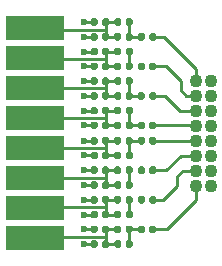
<source format=gbr>
%TF.GenerationSoftware,KiCad,Pcbnew,5.1.6-c6e7f7d~87~ubuntu18.04.1*%
%TF.CreationDate,2020-10-17T23:49:05-07:00*%
%TF.ProjectId,LA_Adapter,4c415f41-6461-4707-9465-722e6b696361,rev?*%
%TF.SameCoordinates,Original*%
%TF.FileFunction,Copper,L2,Bot*%
%TF.FilePolarity,Positive*%
%FSLAX46Y46*%
G04 Gerber Fmt 4.6, Leading zero omitted, Abs format (unit mm)*
G04 Created by KiCad (PCBNEW 5.1.6-c6e7f7d~87~ubuntu18.04.1) date 2020-10-17 23:49:05*
%MOMM*%
%LPD*%
G01*
G04 APERTURE LIST*
%TA.AperFunction,ComponentPad*%
%ADD10C,1.100000*%
%TD*%
%TA.AperFunction,SMDPad,CuDef*%
%ADD11R,5.000000X2.000000*%
%TD*%
%TA.AperFunction,ViaPad*%
%ADD12C,0.600000*%
%TD*%
%TA.AperFunction,Conductor*%
%ADD13C,0.240000*%
%TD*%
G04 APERTURE END LIST*
%TO.P,R24,2*%
%TO.N,/IN7*%
%TA.AperFunction,SMDPad,CuDef*%
G36*
G01*
X26940000Y-112572500D02*
X26940000Y-112227500D01*
G75*
G02*
X27087500Y-112080000I147500J0D01*
G01*
X27382500Y-112080000D01*
G75*
G02*
X27530000Y-112227500I0J-147500D01*
G01*
X27530000Y-112572500D01*
G75*
G02*
X27382500Y-112720000I-147500J0D01*
G01*
X27087500Y-112720000D01*
G75*
G02*
X26940000Y-112572500I0J147500D01*
G01*
G37*
%TD.AperFunction*%
%TO.P,R24,1*%
%TO.N,Net-(C15-Pad1)*%
%TA.AperFunction,SMDPad,CuDef*%
G36*
G01*
X25970000Y-112572500D02*
X25970000Y-112227500D01*
G75*
G02*
X26117500Y-112080000I147500J0D01*
G01*
X26412500Y-112080000D01*
G75*
G02*
X26560000Y-112227500I0J-147500D01*
G01*
X26560000Y-112572500D01*
G75*
G02*
X26412500Y-112720000I-147500J0D01*
G01*
X26117500Y-112720000D01*
G75*
G02*
X25970000Y-112572500I0J147500D01*
G01*
G37*
%TD.AperFunction*%
%TD*%
%TO.P,R23,2*%
%TO.N,/IN3*%
%TA.AperFunction,SMDPad,CuDef*%
G36*
G01*
X26940000Y-103772500D02*
X26940000Y-103427500D01*
G75*
G02*
X27087500Y-103280000I147500J0D01*
G01*
X27382500Y-103280000D01*
G75*
G02*
X27530000Y-103427500I0J-147500D01*
G01*
X27530000Y-103772500D01*
G75*
G02*
X27382500Y-103920000I-147500J0D01*
G01*
X27087500Y-103920000D01*
G75*
G02*
X26940000Y-103772500I0J147500D01*
G01*
G37*
%TD.AperFunction*%
%TO.P,R23,1*%
%TO.N,Net-(C13-Pad1)*%
%TA.AperFunction,SMDPad,CuDef*%
G36*
G01*
X25970000Y-103772500D02*
X25970000Y-103427500D01*
G75*
G02*
X26117500Y-103280000I147500J0D01*
G01*
X26412500Y-103280000D01*
G75*
G02*
X26560000Y-103427500I0J-147500D01*
G01*
X26560000Y-103772500D01*
G75*
G02*
X26412500Y-103920000I-147500J0D01*
G01*
X26117500Y-103920000D01*
G75*
G02*
X25970000Y-103772500I0J147500D01*
G01*
G37*
%TD.AperFunction*%
%TD*%
%TO.P,R22,2*%
%TO.N,/IN6*%
%TA.AperFunction,SMDPad,CuDef*%
G36*
G01*
X26940000Y-110072500D02*
X26940000Y-109727500D01*
G75*
G02*
X27087500Y-109580000I147500J0D01*
G01*
X27382500Y-109580000D01*
G75*
G02*
X27530000Y-109727500I0J-147500D01*
G01*
X27530000Y-110072500D01*
G75*
G02*
X27382500Y-110220000I-147500J0D01*
G01*
X27087500Y-110220000D01*
G75*
G02*
X26940000Y-110072500I0J147500D01*
G01*
G37*
%TD.AperFunction*%
%TO.P,R22,1*%
%TO.N,Net-(C11-Pad1)*%
%TA.AperFunction,SMDPad,CuDef*%
G36*
G01*
X25970000Y-110072500D02*
X25970000Y-109727500D01*
G75*
G02*
X26117500Y-109580000I147500J0D01*
G01*
X26412500Y-109580000D01*
G75*
G02*
X26560000Y-109727500I0J-147500D01*
G01*
X26560000Y-110072500D01*
G75*
G02*
X26412500Y-110220000I-147500J0D01*
G01*
X26117500Y-110220000D01*
G75*
G02*
X25970000Y-110072500I0J147500D01*
G01*
G37*
%TD.AperFunction*%
%TD*%
%TO.P,R21,2*%
%TO.N,/IN2*%
%TA.AperFunction,SMDPad,CuDef*%
G36*
G01*
X26940000Y-101272500D02*
X26940000Y-100927500D01*
G75*
G02*
X27087500Y-100780000I147500J0D01*
G01*
X27382500Y-100780000D01*
G75*
G02*
X27530000Y-100927500I0J-147500D01*
G01*
X27530000Y-101272500D01*
G75*
G02*
X27382500Y-101420000I-147500J0D01*
G01*
X27087500Y-101420000D01*
G75*
G02*
X26940000Y-101272500I0J147500D01*
G01*
G37*
%TD.AperFunction*%
%TO.P,R21,1*%
%TO.N,Net-(C9-Pad1)*%
%TA.AperFunction,SMDPad,CuDef*%
G36*
G01*
X25970000Y-101272500D02*
X25970000Y-100927500D01*
G75*
G02*
X26117500Y-100780000I147500J0D01*
G01*
X26412500Y-100780000D01*
G75*
G02*
X26560000Y-100927500I0J-147500D01*
G01*
X26560000Y-101272500D01*
G75*
G02*
X26412500Y-101420000I-147500J0D01*
G01*
X26117500Y-101420000D01*
G75*
G02*
X25970000Y-101272500I0J147500D01*
G01*
G37*
%TD.AperFunction*%
%TD*%
%TO.P,R20,2*%
%TO.N,/IN5*%
%TA.AperFunction,SMDPad,CuDef*%
G36*
G01*
X26940000Y-107572500D02*
X26940000Y-107227500D01*
G75*
G02*
X27087500Y-107080000I147500J0D01*
G01*
X27382500Y-107080000D01*
G75*
G02*
X27530000Y-107227500I0J-147500D01*
G01*
X27530000Y-107572500D01*
G75*
G02*
X27382500Y-107720000I-147500J0D01*
G01*
X27087500Y-107720000D01*
G75*
G02*
X26940000Y-107572500I0J147500D01*
G01*
G37*
%TD.AperFunction*%
%TO.P,R20,1*%
%TO.N,Net-(C7-Pad1)*%
%TA.AperFunction,SMDPad,CuDef*%
G36*
G01*
X25970000Y-107572500D02*
X25970000Y-107227500D01*
G75*
G02*
X26117500Y-107080000I147500J0D01*
G01*
X26412500Y-107080000D01*
G75*
G02*
X26560000Y-107227500I0J-147500D01*
G01*
X26560000Y-107572500D01*
G75*
G02*
X26412500Y-107720000I-147500J0D01*
G01*
X26117500Y-107720000D01*
G75*
G02*
X25970000Y-107572500I0J147500D01*
G01*
G37*
%TD.AperFunction*%
%TD*%
%TO.P,R19,2*%
%TO.N,/IN1*%
%TA.AperFunction,SMDPad,CuDef*%
G36*
G01*
X26940000Y-98772500D02*
X26940000Y-98427500D01*
G75*
G02*
X27087500Y-98280000I147500J0D01*
G01*
X27382500Y-98280000D01*
G75*
G02*
X27530000Y-98427500I0J-147500D01*
G01*
X27530000Y-98772500D01*
G75*
G02*
X27382500Y-98920000I-147500J0D01*
G01*
X27087500Y-98920000D01*
G75*
G02*
X26940000Y-98772500I0J147500D01*
G01*
G37*
%TD.AperFunction*%
%TO.P,R19,1*%
%TO.N,Net-(C5-Pad1)*%
%TA.AperFunction,SMDPad,CuDef*%
G36*
G01*
X25970000Y-98772500D02*
X25970000Y-98427500D01*
G75*
G02*
X26117500Y-98280000I147500J0D01*
G01*
X26412500Y-98280000D01*
G75*
G02*
X26560000Y-98427500I0J-147500D01*
G01*
X26560000Y-98772500D01*
G75*
G02*
X26412500Y-98920000I-147500J0D01*
G01*
X26117500Y-98920000D01*
G75*
G02*
X25970000Y-98772500I0J147500D01*
G01*
G37*
%TD.AperFunction*%
%TD*%
%TO.P,R18,2*%
%TO.N,/IN4*%
%TA.AperFunction,SMDPad,CuDef*%
G36*
G01*
X26940000Y-105072500D02*
X26940000Y-104727500D01*
G75*
G02*
X27087500Y-104580000I147500J0D01*
G01*
X27382500Y-104580000D01*
G75*
G02*
X27530000Y-104727500I0J-147500D01*
G01*
X27530000Y-105072500D01*
G75*
G02*
X27382500Y-105220000I-147500J0D01*
G01*
X27087500Y-105220000D01*
G75*
G02*
X26940000Y-105072500I0J147500D01*
G01*
G37*
%TD.AperFunction*%
%TO.P,R18,1*%
%TO.N,Net-(C3-Pad1)*%
%TA.AperFunction,SMDPad,CuDef*%
G36*
G01*
X25970000Y-105072500D02*
X25970000Y-104727500D01*
G75*
G02*
X26117500Y-104580000I147500J0D01*
G01*
X26412500Y-104580000D01*
G75*
G02*
X26560000Y-104727500I0J-147500D01*
G01*
X26560000Y-105072500D01*
G75*
G02*
X26412500Y-105220000I-147500J0D01*
G01*
X26117500Y-105220000D01*
G75*
G02*
X25970000Y-105072500I0J147500D01*
G01*
G37*
%TD.AperFunction*%
%TD*%
%TO.P,R17,2*%
%TO.N,/IN0*%
%TA.AperFunction,SMDPad,CuDef*%
G36*
G01*
X26940000Y-96272500D02*
X26940000Y-95927500D01*
G75*
G02*
X27087500Y-95780000I147500J0D01*
G01*
X27382500Y-95780000D01*
G75*
G02*
X27530000Y-95927500I0J-147500D01*
G01*
X27530000Y-96272500D01*
G75*
G02*
X27382500Y-96420000I-147500J0D01*
G01*
X27087500Y-96420000D01*
G75*
G02*
X26940000Y-96272500I0J147500D01*
G01*
G37*
%TD.AperFunction*%
%TO.P,R17,1*%
%TO.N,Net-(C1-Pad1)*%
%TA.AperFunction,SMDPad,CuDef*%
G36*
G01*
X25970000Y-96272500D02*
X25970000Y-95927500D01*
G75*
G02*
X26117500Y-95780000I147500J0D01*
G01*
X26412500Y-95780000D01*
G75*
G02*
X26560000Y-95927500I0J-147500D01*
G01*
X26560000Y-96272500D01*
G75*
G02*
X26412500Y-96420000I-147500J0D01*
G01*
X26117500Y-96420000D01*
G75*
G02*
X25970000Y-96272500I0J147500D01*
G01*
G37*
%TD.AperFunction*%
%TD*%
D10*
%TO.P,J2,16*%
%TO.N,/IN0*%
X30865000Y-99805000D03*
%TO.P,J2,15*%
%TO.N,GND*%
X32135000Y-99805000D03*
%TO.P,J2,14*%
%TO.N,/IN1*%
X30865000Y-101075000D03*
%TO.P,J2,13*%
%TO.N,GND*%
X32135000Y-101075000D03*
%TO.P,J2,12*%
%TO.N,/IN2*%
X30865000Y-102345000D03*
%TO.P,J2,11*%
%TO.N,GND*%
X32135000Y-102345000D03*
%TO.P,J2,10*%
%TO.N,/IN3*%
X30865000Y-103615000D03*
%TO.P,J2,9*%
%TO.N,GND*%
X32135000Y-103615000D03*
%TO.P,J2,8*%
%TO.N,/IN4*%
X30865000Y-104885000D03*
%TO.P,J2,7*%
%TO.N,GND*%
X32135000Y-104885000D03*
%TO.P,J2,6*%
%TO.N,/IN5*%
X30865000Y-106155000D03*
%TO.P,J2,5*%
%TO.N,GND*%
X32135000Y-106155000D03*
%TO.P,J2,4*%
%TO.N,/IN6*%
X30865000Y-107425000D03*
%TO.P,J2,3*%
%TO.N,GND*%
X32135000Y-107425000D03*
%TO.P,J2,2*%
%TO.N,/IN7*%
X30865000Y-108695000D03*
%TO.P,J2,1*%
%TO.N,GND*%
X32135000Y-108695000D03*
%TD*%
D11*
%TO.P,J1,16*%
%TO.N,/LA7*%
X17250000Y-113140000D03*
%TO.P,J1,14*%
%TO.N,/LA6*%
X17250000Y-110600000D03*
%TO.P,J1,12*%
%TO.N,/LA5*%
X17250000Y-108060000D03*
%TO.P,J1,10*%
%TO.N,/LA4*%
X17250000Y-105520000D03*
%TO.P,J1,8*%
%TO.N,/LA3*%
X17250000Y-102980000D03*
%TO.P,J1,6*%
%TO.N,/LA2*%
X17250000Y-100440000D03*
%TO.P,J1,4*%
%TO.N,/LA1*%
X17250000Y-97900000D03*
%TO.P,J1,2*%
%TO.N,/LA0*%
X17250000Y-95360000D03*
%TD*%
%TO.P,R16,2*%
%TO.N,GND*%
%TA.AperFunction,SMDPad,CuDef*%
G36*
G01*
X22560000Y-113477500D02*
X22560000Y-113822500D01*
G75*
G02*
X22412500Y-113970000I-147500J0D01*
G01*
X22117500Y-113970000D01*
G75*
G02*
X21970000Y-113822500I0J147500D01*
G01*
X21970000Y-113477500D01*
G75*
G02*
X22117500Y-113330000I147500J0D01*
G01*
X22412500Y-113330000D01*
G75*
G02*
X22560000Y-113477500I0J-147500D01*
G01*
G37*
%TD.AperFunction*%
%TO.P,R16,1*%
%TO.N,/LA7*%
%TA.AperFunction,SMDPad,CuDef*%
G36*
G01*
X23530000Y-113477500D02*
X23530000Y-113822500D01*
G75*
G02*
X23382500Y-113970000I-147500J0D01*
G01*
X23087500Y-113970000D01*
G75*
G02*
X22940000Y-113822500I0J147500D01*
G01*
X22940000Y-113477500D01*
G75*
G02*
X23087500Y-113330000I147500J0D01*
G01*
X23382500Y-113330000D01*
G75*
G02*
X23530000Y-113477500I0J-147500D01*
G01*
G37*
%TD.AperFunction*%
%TD*%
%TO.P,R15,2*%
%TO.N,/LA7*%
%TA.AperFunction,SMDPad,CuDef*%
G36*
G01*
X24560000Y-113477500D02*
X24560000Y-113822500D01*
G75*
G02*
X24412500Y-113970000I-147500J0D01*
G01*
X24117500Y-113970000D01*
G75*
G02*
X23970000Y-113822500I0J147500D01*
G01*
X23970000Y-113477500D01*
G75*
G02*
X24117500Y-113330000I147500J0D01*
G01*
X24412500Y-113330000D01*
G75*
G02*
X24560000Y-113477500I0J-147500D01*
G01*
G37*
%TD.AperFunction*%
%TO.P,R15,1*%
%TO.N,Net-(C15-Pad1)*%
%TA.AperFunction,SMDPad,CuDef*%
G36*
G01*
X25530000Y-113477500D02*
X25530000Y-113822500D01*
G75*
G02*
X25382500Y-113970000I-147500J0D01*
G01*
X25087500Y-113970000D01*
G75*
G02*
X24940000Y-113822500I0J147500D01*
G01*
X24940000Y-113477500D01*
G75*
G02*
X25087500Y-113330000I147500J0D01*
G01*
X25382500Y-113330000D01*
G75*
G02*
X25530000Y-113477500I0J-147500D01*
G01*
G37*
%TD.AperFunction*%
%TD*%
%TO.P,R14,2*%
%TO.N,GND*%
%TA.AperFunction,SMDPad,CuDef*%
G36*
G01*
X22560000Y-103427500D02*
X22560000Y-103772500D01*
G75*
G02*
X22412500Y-103920000I-147500J0D01*
G01*
X22117500Y-103920000D01*
G75*
G02*
X21970000Y-103772500I0J147500D01*
G01*
X21970000Y-103427500D01*
G75*
G02*
X22117500Y-103280000I147500J0D01*
G01*
X22412500Y-103280000D01*
G75*
G02*
X22560000Y-103427500I0J-147500D01*
G01*
G37*
%TD.AperFunction*%
%TO.P,R14,1*%
%TO.N,/LA3*%
%TA.AperFunction,SMDPad,CuDef*%
G36*
G01*
X23530000Y-103427500D02*
X23530000Y-103772500D01*
G75*
G02*
X23382500Y-103920000I-147500J0D01*
G01*
X23087500Y-103920000D01*
G75*
G02*
X22940000Y-103772500I0J147500D01*
G01*
X22940000Y-103427500D01*
G75*
G02*
X23087500Y-103280000I147500J0D01*
G01*
X23382500Y-103280000D01*
G75*
G02*
X23530000Y-103427500I0J-147500D01*
G01*
G37*
%TD.AperFunction*%
%TD*%
%TO.P,R13,2*%
%TO.N,/LA3*%
%TA.AperFunction,SMDPad,CuDef*%
G36*
G01*
X24560000Y-103427500D02*
X24560000Y-103772500D01*
G75*
G02*
X24412500Y-103920000I-147500J0D01*
G01*
X24117500Y-103920000D01*
G75*
G02*
X23970000Y-103772500I0J147500D01*
G01*
X23970000Y-103427500D01*
G75*
G02*
X24117500Y-103280000I147500J0D01*
G01*
X24412500Y-103280000D01*
G75*
G02*
X24560000Y-103427500I0J-147500D01*
G01*
G37*
%TD.AperFunction*%
%TO.P,R13,1*%
%TO.N,Net-(C13-Pad1)*%
%TA.AperFunction,SMDPad,CuDef*%
G36*
G01*
X25530000Y-103427500D02*
X25530000Y-103772500D01*
G75*
G02*
X25382500Y-103920000I-147500J0D01*
G01*
X25087500Y-103920000D01*
G75*
G02*
X24940000Y-103772500I0J147500D01*
G01*
X24940000Y-103427500D01*
G75*
G02*
X25087500Y-103280000I147500J0D01*
G01*
X25382500Y-103280000D01*
G75*
G02*
X25530000Y-103427500I0J-147500D01*
G01*
G37*
%TD.AperFunction*%
%TD*%
%TO.P,R12,2*%
%TO.N,GND*%
%TA.AperFunction,SMDPad,CuDef*%
G36*
G01*
X22560000Y-110977500D02*
X22560000Y-111322500D01*
G75*
G02*
X22412500Y-111470000I-147500J0D01*
G01*
X22117500Y-111470000D01*
G75*
G02*
X21970000Y-111322500I0J147500D01*
G01*
X21970000Y-110977500D01*
G75*
G02*
X22117500Y-110830000I147500J0D01*
G01*
X22412500Y-110830000D01*
G75*
G02*
X22560000Y-110977500I0J-147500D01*
G01*
G37*
%TD.AperFunction*%
%TO.P,R12,1*%
%TO.N,/LA6*%
%TA.AperFunction,SMDPad,CuDef*%
G36*
G01*
X23530000Y-110977500D02*
X23530000Y-111322500D01*
G75*
G02*
X23382500Y-111470000I-147500J0D01*
G01*
X23087500Y-111470000D01*
G75*
G02*
X22940000Y-111322500I0J147500D01*
G01*
X22940000Y-110977500D01*
G75*
G02*
X23087500Y-110830000I147500J0D01*
G01*
X23382500Y-110830000D01*
G75*
G02*
X23530000Y-110977500I0J-147500D01*
G01*
G37*
%TD.AperFunction*%
%TD*%
%TO.P,R11,2*%
%TO.N,/LA6*%
%TA.AperFunction,SMDPad,CuDef*%
G36*
G01*
X24560000Y-110977500D02*
X24560000Y-111322500D01*
G75*
G02*
X24412500Y-111470000I-147500J0D01*
G01*
X24117500Y-111470000D01*
G75*
G02*
X23970000Y-111322500I0J147500D01*
G01*
X23970000Y-110977500D01*
G75*
G02*
X24117500Y-110830000I147500J0D01*
G01*
X24412500Y-110830000D01*
G75*
G02*
X24560000Y-110977500I0J-147500D01*
G01*
G37*
%TD.AperFunction*%
%TO.P,R11,1*%
%TO.N,Net-(C11-Pad1)*%
%TA.AperFunction,SMDPad,CuDef*%
G36*
G01*
X25530000Y-110977500D02*
X25530000Y-111322500D01*
G75*
G02*
X25382500Y-111470000I-147500J0D01*
G01*
X25087500Y-111470000D01*
G75*
G02*
X24940000Y-111322500I0J147500D01*
G01*
X24940000Y-110977500D01*
G75*
G02*
X25087500Y-110830000I147500J0D01*
G01*
X25382500Y-110830000D01*
G75*
G02*
X25530000Y-110977500I0J-147500D01*
G01*
G37*
%TD.AperFunction*%
%TD*%
%TO.P,R10,2*%
%TO.N,GND*%
%TA.AperFunction,SMDPad,CuDef*%
G36*
G01*
X22560000Y-100927500D02*
X22560000Y-101272500D01*
G75*
G02*
X22412500Y-101420000I-147500J0D01*
G01*
X22117500Y-101420000D01*
G75*
G02*
X21970000Y-101272500I0J147500D01*
G01*
X21970000Y-100927500D01*
G75*
G02*
X22117500Y-100780000I147500J0D01*
G01*
X22412500Y-100780000D01*
G75*
G02*
X22560000Y-100927500I0J-147500D01*
G01*
G37*
%TD.AperFunction*%
%TO.P,R10,1*%
%TO.N,/LA2*%
%TA.AperFunction,SMDPad,CuDef*%
G36*
G01*
X23530000Y-100927500D02*
X23530000Y-101272500D01*
G75*
G02*
X23382500Y-101420000I-147500J0D01*
G01*
X23087500Y-101420000D01*
G75*
G02*
X22940000Y-101272500I0J147500D01*
G01*
X22940000Y-100927500D01*
G75*
G02*
X23087500Y-100780000I147500J0D01*
G01*
X23382500Y-100780000D01*
G75*
G02*
X23530000Y-100927500I0J-147500D01*
G01*
G37*
%TD.AperFunction*%
%TD*%
%TO.P,R9,2*%
%TO.N,/LA2*%
%TA.AperFunction,SMDPad,CuDef*%
G36*
G01*
X24560000Y-100927500D02*
X24560000Y-101272500D01*
G75*
G02*
X24412500Y-101420000I-147500J0D01*
G01*
X24117500Y-101420000D01*
G75*
G02*
X23970000Y-101272500I0J147500D01*
G01*
X23970000Y-100927500D01*
G75*
G02*
X24117500Y-100780000I147500J0D01*
G01*
X24412500Y-100780000D01*
G75*
G02*
X24560000Y-100927500I0J-147500D01*
G01*
G37*
%TD.AperFunction*%
%TO.P,R9,1*%
%TO.N,Net-(C9-Pad1)*%
%TA.AperFunction,SMDPad,CuDef*%
G36*
G01*
X25530000Y-100927500D02*
X25530000Y-101272500D01*
G75*
G02*
X25382500Y-101420000I-147500J0D01*
G01*
X25087500Y-101420000D01*
G75*
G02*
X24940000Y-101272500I0J147500D01*
G01*
X24940000Y-100927500D01*
G75*
G02*
X25087500Y-100780000I147500J0D01*
G01*
X25382500Y-100780000D01*
G75*
G02*
X25530000Y-100927500I0J-147500D01*
G01*
G37*
%TD.AperFunction*%
%TD*%
%TO.P,R8,2*%
%TO.N,GND*%
%TA.AperFunction,SMDPad,CuDef*%
G36*
G01*
X22560000Y-108477500D02*
X22560000Y-108822500D01*
G75*
G02*
X22412500Y-108970000I-147500J0D01*
G01*
X22117500Y-108970000D01*
G75*
G02*
X21970000Y-108822500I0J147500D01*
G01*
X21970000Y-108477500D01*
G75*
G02*
X22117500Y-108330000I147500J0D01*
G01*
X22412500Y-108330000D01*
G75*
G02*
X22560000Y-108477500I0J-147500D01*
G01*
G37*
%TD.AperFunction*%
%TO.P,R8,1*%
%TO.N,/LA5*%
%TA.AperFunction,SMDPad,CuDef*%
G36*
G01*
X23530000Y-108477500D02*
X23530000Y-108822500D01*
G75*
G02*
X23382500Y-108970000I-147500J0D01*
G01*
X23087500Y-108970000D01*
G75*
G02*
X22940000Y-108822500I0J147500D01*
G01*
X22940000Y-108477500D01*
G75*
G02*
X23087500Y-108330000I147500J0D01*
G01*
X23382500Y-108330000D01*
G75*
G02*
X23530000Y-108477500I0J-147500D01*
G01*
G37*
%TD.AperFunction*%
%TD*%
%TO.P,R7,2*%
%TO.N,/LA5*%
%TA.AperFunction,SMDPad,CuDef*%
G36*
G01*
X24560000Y-108477500D02*
X24560000Y-108822500D01*
G75*
G02*
X24412500Y-108970000I-147500J0D01*
G01*
X24117500Y-108970000D01*
G75*
G02*
X23970000Y-108822500I0J147500D01*
G01*
X23970000Y-108477500D01*
G75*
G02*
X24117500Y-108330000I147500J0D01*
G01*
X24412500Y-108330000D01*
G75*
G02*
X24560000Y-108477500I0J-147500D01*
G01*
G37*
%TD.AperFunction*%
%TO.P,R7,1*%
%TO.N,Net-(C7-Pad1)*%
%TA.AperFunction,SMDPad,CuDef*%
G36*
G01*
X25530000Y-108477500D02*
X25530000Y-108822500D01*
G75*
G02*
X25382500Y-108970000I-147500J0D01*
G01*
X25087500Y-108970000D01*
G75*
G02*
X24940000Y-108822500I0J147500D01*
G01*
X24940000Y-108477500D01*
G75*
G02*
X25087500Y-108330000I147500J0D01*
G01*
X25382500Y-108330000D01*
G75*
G02*
X25530000Y-108477500I0J-147500D01*
G01*
G37*
%TD.AperFunction*%
%TD*%
%TO.P,R6,2*%
%TO.N,GND*%
%TA.AperFunction,SMDPad,CuDef*%
G36*
G01*
X22560000Y-98427500D02*
X22560000Y-98772500D01*
G75*
G02*
X22412500Y-98920000I-147500J0D01*
G01*
X22117500Y-98920000D01*
G75*
G02*
X21970000Y-98772500I0J147500D01*
G01*
X21970000Y-98427500D01*
G75*
G02*
X22117500Y-98280000I147500J0D01*
G01*
X22412500Y-98280000D01*
G75*
G02*
X22560000Y-98427500I0J-147500D01*
G01*
G37*
%TD.AperFunction*%
%TO.P,R6,1*%
%TO.N,/LA1*%
%TA.AperFunction,SMDPad,CuDef*%
G36*
G01*
X23530000Y-98427500D02*
X23530000Y-98772500D01*
G75*
G02*
X23382500Y-98920000I-147500J0D01*
G01*
X23087500Y-98920000D01*
G75*
G02*
X22940000Y-98772500I0J147500D01*
G01*
X22940000Y-98427500D01*
G75*
G02*
X23087500Y-98280000I147500J0D01*
G01*
X23382500Y-98280000D01*
G75*
G02*
X23530000Y-98427500I0J-147500D01*
G01*
G37*
%TD.AperFunction*%
%TD*%
%TO.P,R5,2*%
%TO.N,/LA1*%
%TA.AperFunction,SMDPad,CuDef*%
G36*
G01*
X24560000Y-98427500D02*
X24560000Y-98772500D01*
G75*
G02*
X24412500Y-98920000I-147500J0D01*
G01*
X24117500Y-98920000D01*
G75*
G02*
X23970000Y-98772500I0J147500D01*
G01*
X23970000Y-98427500D01*
G75*
G02*
X24117500Y-98280000I147500J0D01*
G01*
X24412500Y-98280000D01*
G75*
G02*
X24560000Y-98427500I0J-147500D01*
G01*
G37*
%TD.AperFunction*%
%TO.P,R5,1*%
%TO.N,Net-(C5-Pad1)*%
%TA.AperFunction,SMDPad,CuDef*%
G36*
G01*
X25530000Y-98427500D02*
X25530000Y-98772500D01*
G75*
G02*
X25382500Y-98920000I-147500J0D01*
G01*
X25087500Y-98920000D01*
G75*
G02*
X24940000Y-98772500I0J147500D01*
G01*
X24940000Y-98427500D01*
G75*
G02*
X25087500Y-98280000I147500J0D01*
G01*
X25382500Y-98280000D01*
G75*
G02*
X25530000Y-98427500I0J-147500D01*
G01*
G37*
%TD.AperFunction*%
%TD*%
%TO.P,R4,2*%
%TO.N,GND*%
%TA.AperFunction,SMDPad,CuDef*%
G36*
G01*
X22560000Y-105977500D02*
X22560000Y-106322500D01*
G75*
G02*
X22412500Y-106470000I-147500J0D01*
G01*
X22117500Y-106470000D01*
G75*
G02*
X21970000Y-106322500I0J147500D01*
G01*
X21970000Y-105977500D01*
G75*
G02*
X22117500Y-105830000I147500J0D01*
G01*
X22412500Y-105830000D01*
G75*
G02*
X22560000Y-105977500I0J-147500D01*
G01*
G37*
%TD.AperFunction*%
%TO.P,R4,1*%
%TO.N,/LA4*%
%TA.AperFunction,SMDPad,CuDef*%
G36*
G01*
X23530000Y-105977500D02*
X23530000Y-106322500D01*
G75*
G02*
X23382500Y-106470000I-147500J0D01*
G01*
X23087500Y-106470000D01*
G75*
G02*
X22940000Y-106322500I0J147500D01*
G01*
X22940000Y-105977500D01*
G75*
G02*
X23087500Y-105830000I147500J0D01*
G01*
X23382500Y-105830000D01*
G75*
G02*
X23530000Y-105977500I0J-147500D01*
G01*
G37*
%TD.AperFunction*%
%TD*%
%TO.P,R3,2*%
%TO.N,/LA4*%
%TA.AperFunction,SMDPad,CuDef*%
G36*
G01*
X24560000Y-105977500D02*
X24560000Y-106322500D01*
G75*
G02*
X24412500Y-106470000I-147500J0D01*
G01*
X24117500Y-106470000D01*
G75*
G02*
X23970000Y-106322500I0J147500D01*
G01*
X23970000Y-105977500D01*
G75*
G02*
X24117500Y-105830000I147500J0D01*
G01*
X24412500Y-105830000D01*
G75*
G02*
X24560000Y-105977500I0J-147500D01*
G01*
G37*
%TD.AperFunction*%
%TO.P,R3,1*%
%TO.N,Net-(C3-Pad1)*%
%TA.AperFunction,SMDPad,CuDef*%
G36*
G01*
X25530000Y-105977500D02*
X25530000Y-106322500D01*
G75*
G02*
X25382500Y-106470000I-147500J0D01*
G01*
X25087500Y-106470000D01*
G75*
G02*
X24940000Y-106322500I0J147500D01*
G01*
X24940000Y-105977500D01*
G75*
G02*
X25087500Y-105830000I147500J0D01*
G01*
X25382500Y-105830000D01*
G75*
G02*
X25530000Y-105977500I0J-147500D01*
G01*
G37*
%TD.AperFunction*%
%TD*%
%TO.P,R2,2*%
%TO.N,GND*%
%TA.AperFunction,SMDPad,CuDef*%
G36*
G01*
X22560000Y-95927500D02*
X22560000Y-96272500D01*
G75*
G02*
X22412500Y-96420000I-147500J0D01*
G01*
X22117500Y-96420000D01*
G75*
G02*
X21970000Y-96272500I0J147500D01*
G01*
X21970000Y-95927500D01*
G75*
G02*
X22117500Y-95780000I147500J0D01*
G01*
X22412500Y-95780000D01*
G75*
G02*
X22560000Y-95927500I0J-147500D01*
G01*
G37*
%TD.AperFunction*%
%TO.P,R2,1*%
%TO.N,/LA0*%
%TA.AperFunction,SMDPad,CuDef*%
G36*
G01*
X23530000Y-95927500D02*
X23530000Y-96272500D01*
G75*
G02*
X23382500Y-96420000I-147500J0D01*
G01*
X23087500Y-96420000D01*
G75*
G02*
X22940000Y-96272500I0J147500D01*
G01*
X22940000Y-95927500D01*
G75*
G02*
X23087500Y-95780000I147500J0D01*
G01*
X23382500Y-95780000D01*
G75*
G02*
X23530000Y-95927500I0J-147500D01*
G01*
G37*
%TD.AperFunction*%
%TD*%
%TO.P,R1,2*%
%TO.N,/LA0*%
%TA.AperFunction,SMDPad,CuDef*%
G36*
G01*
X24560000Y-95927500D02*
X24560000Y-96272500D01*
G75*
G02*
X24412500Y-96420000I-147500J0D01*
G01*
X24117500Y-96420000D01*
G75*
G02*
X23970000Y-96272500I0J147500D01*
G01*
X23970000Y-95927500D01*
G75*
G02*
X24117500Y-95780000I147500J0D01*
G01*
X24412500Y-95780000D01*
G75*
G02*
X24560000Y-95927500I0J-147500D01*
G01*
G37*
%TD.AperFunction*%
%TO.P,R1,1*%
%TO.N,Net-(C1-Pad1)*%
%TA.AperFunction,SMDPad,CuDef*%
G36*
G01*
X25530000Y-95927500D02*
X25530000Y-96272500D01*
G75*
G02*
X25382500Y-96420000I-147500J0D01*
G01*
X25087500Y-96420000D01*
G75*
G02*
X24940000Y-96272500I0J147500D01*
G01*
X24940000Y-95927500D01*
G75*
G02*
X25087500Y-95780000I147500J0D01*
G01*
X25382500Y-95780000D01*
G75*
G02*
X25530000Y-95927500I0J-147500D01*
G01*
G37*
%TD.AperFunction*%
%TD*%
%TO.P,C16,2*%
%TO.N,GND*%
%TA.AperFunction,SMDPad,CuDef*%
G36*
G01*
X22560000Y-112227500D02*
X22560000Y-112572500D01*
G75*
G02*
X22412500Y-112720000I-147500J0D01*
G01*
X22117500Y-112720000D01*
G75*
G02*
X21970000Y-112572500I0J147500D01*
G01*
X21970000Y-112227500D01*
G75*
G02*
X22117500Y-112080000I147500J0D01*
G01*
X22412500Y-112080000D01*
G75*
G02*
X22560000Y-112227500I0J-147500D01*
G01*
G37*
%TD.AperFunction*%
%TO.P,C16,1*%
%TO.N,/LA7*%
%TA.AperFunction,SMDPad,CuDef*%
G36*
G01*
X23530000Y-112227500D02*
X23530000Y-112572500D01*
G75*
G02*
X23382500Y-112720000I-147500J0D01*
G01*
X23087500Y-112720000D01*
G75*
G02*
X22940000Y-112572500I0J147500D01*
G01*
X22940000Y-112227500D01*
G75*
G02*
X23087500Y-112080000I147500J0D01*
G01*
X23382500Y-112080000D01*
G75*
G02*
X23530000Y-112227500I0J-147500D01*
G01*
G37*
%TD.AperFunction*%
%TD*%
%TO.P,C15,2*%
%TO.N,/LA7*%
%TA.AperFunction,SMDPad,CuDef*%
G36*
G01*
X24560000Y-112227500D02*
X24560000Y-112572500D01*
G75*
G02*
X24412500Y-112720000I-147500J0D01*
G01*
X24117500Y-112720000D01*
G75*
G02*
X23970000Y-112572500I0J147500D01*
G01*
X23970000Y-112227500D01*
G75*
G02*
X24117500Y-112080000I147500J0D01*
G01*
X24412500Y-112080000D01*
G75*
G02*
X24560000Y-112227500I0J-147500D01*
G01*
G37*
%TD.AperFunction*%
%TO.P,C15,1*%
%TO.N,Net-(C15-Pad1)*%
%TA.AperFunction,SMDPad,CuDef*%
G36*
G01*
X25530000Y-112227500D02*
X25530000Y-112572500D01*
G75*
G02*
X25382500Y-112720000I-147500J0D01*
G01*
X25087500Y-112720000D01*
G75*
G02*
X24940000Y-112572500I0J147500D01*
G01*
X24940000Y-112227500D01*
G75*
G02*
X25087500Y-112080000I147500J0D01*
G01*
X25382500Y-112080000D01*
G75*
G02*
X25530000Y-112227500I0J-147500D01*
G01*
G37*
%TD.AperFunction*%
%TD*%
%TO.P,C14,2*%
%TO.N,GND*%
%TA.AperFunction,SMDPad,CuDef*%
G36*
G01*
X22560000Y-102177500D02*
X22560000Y-102522500D01*
G75*
G02*
X22412500Y-102670000I-147500J0D01*
G01*
X22117500Y-102670000D01*
G75*
G02*
X21970000Y-102522500I0J147500D01*
G01*
X21970000Y-102177500D01*
G75*
G02*
X22117500Y-102030000I147500J0D01*
G01*
X22412500Y-102030000D01*
G75*
G02*
X22560000Y-102177500I0J-147500D01*
G01*
G37*
%TD.AperFunction*%
%TO.P,C14,1*%
%TO.N,/LA3*%
%TA.AperFunction,SMDPad,CuDef*%
G36*
G01*
X23530000Y-102177500D02*
X23530000Y-102522500D01*
G75*
G02*
X23382500Y-102670000I-147500J0D01*
G01*
X23087500Y-102670000D01*
G75*
G02*
X22940000Y-102522500I0J147500D01*
G01*
X22940000Y-102177500D01*
G75*
G02*
X23087500Y-102030000I147500J0D01*
G01*
X23382500Y-102030000D01*
G75*
G02*
X23530000Y-102177500I0J-147500D01*
G01*
G37*
%TD.AperFunction*%
%TD*%
%TO.P,C13,2*%
%TO.N,/LA3*%
%TA.AperFunction,SMDPad,CuDef*%
G36*
G01*
X24560000Y-102177500D02*
X24560000Y-102522500D01*
G75*
G02*
X24412500Y-102670000I-147500J0D01*
G01*
X24117500Y-102670000D01*
G75*
G02*
X23970000Y-102522500I0J147500D01*
G01*
X23970000Y-102177500D01*
G75*
G02*
X24117500Y-102030000I147500J0D01*
G01*
X24412500Y-102030000D01*
G75*
G02*
X24560000Y-102177500I0J-147500D01*
G01*
G37*
%TD.AperFunction*%
%TO.P,C13,1*%
%TO.N,Net-(C13-Pad1)*%
%TA.AperFunction,SMDPad,CuDef*%
G36*
G01*
X25530000Y-102177500D02*
X25530000Y-102522500D01*
G75*
G02*
X25382500Y-102670000I-147500J0D01*
G01*
X25087500Y-102670000D01*
G75*
G02*
X24940000Y-102522500I0J147500D01*
G01*
X24940000Y-102177500D01*
G75*
G02*
X25087500Y-102030000I147500J0D01*
G01*
X25382500Y-102030000D01*
G75*
G02*
X25530000Y-102177500I0J-147500D01*
G01*
G37*
%TD.AperFunction*%
%TD*%
%TO.P,C12,2*%
%TO.N,GND*%
%TA.AperFunction,SMDPad,CuDef*%
G36*
G01*
X22560000Y-109727500D02*
X22560000Y-110072500D01*
G75*
G02*
X22412500Y-110220000I-147500J0D01*
G01*
X22117500Y-110220000D01*
G75*
G02*
X21970000Y-110072500I0J147500D01*
G01*
X21970000Y-109727500D01*
G75*
G02*
X22117500Y-109580000I147500J0D01*
G01*
X22412500Y-109580000D01*
G75*
G02*
X22560000Y-109727500I0J-147500D01*
G01*
G37*
%TD.AperFunction*%
%TO.P,C12,1*%
%TO.N,/LA6*%
%TA.AperFunction,SMDPad,CuDef*%
G36*
G01*
X23530000Y-109727500D02*
X23530000Y-110072500D01*
G75*
G02*
X23382500Y-110220000I-147500J0D01*
G01*
X23087500Y-110220000D01*
G75*
G02*
X22940000Y-110072500I0J147500D01*
G01*
X22940000Y-109727500D01*
G75*
G02*
X23087500Y-109580000I147500J0D01*
G01*
X23382500Y-109580000D01*
G75*
G02*
X23530000Y-109727500I0J-147500D01*
G01*
G37*
%TD.AperFunction*%
%TD*%
%TO.P,C11,2*%
%TO.N,/LA6*%
%TA.AperFunction,SMDPad,CuDef*%
G36*
G01*
X24560000Y-109727500D02*
X24560000Y-110072500D01*
G75*
G02*
X24412500Y-110220000I-147500J0D01*
G01*
X24117500Y-110220000D01*
G75*
G02*
X23970000Y-110072500I0J147500D01*
G01*
X23970000Y-109727500D01*
G75*
G02*
X24117500Y-109580000I147500J0D01*
G01*
X24412500Y-109580000D01*
G75*
G02*
X24560000Y-109727500I0J-147500D01*
G01*
G37*
%TD.AperFunction*%
%TO.P,C11,1*%
%TO.N,Net-(C11-Pad1)*%
%TA.AperFunction,SMDPad,CuDef*%
G36*
G01*
X25530000Y-109727500D02*
X25530000Y-110072500D01*
G75*
G02*
X25382500Y-110220000I-147500J0D01*
G01*
X25087500Y-110220000D01*
G75*
G02*
X24940000Y-110072500I0J147500D01*
G01*
X24940000Y-109727500D01*
G75*
G02*
X25087500Y-109580000I147500J0D01*
G01*
X25382500Y-109580000D01*
G75*
G02*
X25530000Y-109727500I0J-147500D01*
G01*
G37*
%TD.AperFunction*%
%TD*%
%TO.P,C10,2*%
%TO.N,GND*%
%TA.AperFunction,SMDPad,CuDef*%
G36*
G01*
X22560000Y-99677500D02*
X22560000Y-100022500D01*
G75*
G02*
X22412500Y-100170000I-147500J0D01*
G01*
X22117500Y-100170000D01*
G75*
G02*
X21970000Y-100022500I0J147500D01*
G01*
X21970000Y-99677500D01*
G75*
G02*
X22117500Y-99530000I147500J0D01*
G01*
X22412500Y-99530000D01*
G75*
G02*
X22560000Y-99677500I0J-147500D01*
G01*
G37*
%TD.AperFunction*%
%TO.P,C10,1*%
%TO.N,/LA2*%
%TA.AperFunction,SMDPad,CuDef*%
G36*
G01*
X23530000Y-99677500D02*
X23530000Y-100022500D01*
G75*
G02*
X23382500Y-100170000I-147500J0D01*
G01*
X23087500Y-100170000D01*
G75*
G02*
X22940000Y-100022500I0J147500D01*
G01*
X22940000Y-99677500D01*
G75*
G02*
X23087500Y-99530000I147500J0D01*
G01*
X23382500Y-99530000D01*
G75*
G02*
X23530000Y-99677500I0J-147500D01*
G01*
G37*
%TD.AperFunction*%
%TD*%
%TO.P,C9,2*%
%TO.N,/LA2*%
%TA.AperFunction,SMDPad,CuDef*%
G36*
G01*
X24560000Y-99677500D02*
X24560000Y-100022500D01*
G75*
G02*
X24412500Y-100170000I-147500J0D01*
G01*
X24117500Y-100170000D01*
G75*
G02*
X23970000Y-100022500I0J147500D01*
G01*
X23970000Y-99677500D01*
G75*
G02*
X24117500Y-99530000I147500J0D01*
G01*
X24412500Y-99530000D01*
G75*
G02*
X24560000Y-99677500I0J-147500D01*
G01*
G37*
%TD.AperFunction*%
%TO.P,C9,1*%
%TO.N,Net-(C9-Pad1)*%
%TA.AperFunction,SMDPad,CuDef*%
G36*
G01*
X25530000Y-99677500D02*
X25530000Y-100022500D01*
G75*
G02*
X25382500Y-100170000I-147500J0D01*
G01*
X25087500Y-100170000D01*
G75*
G02*
X24940000Y-100022500I0J147500D01*
G01*
X24940000Y-99677500D01*
G75*
G02*
X25087500Y-99530000I147500J0D01*
G01*
X25382500Y-99530000D01*
G75*
G02*
X25530000Y-99677500I0J-147500D01*
G01*
G37*
%TD.AperFunction*%
%TD*%
%TO.P,C8,2*%
%TO.N,GND*%
%TA.AperFunction,SMDPad,CuDef*%
G36*
G01*
X22560000Y-107227500D02*
X22560000Y-107572500D01*
G75*
G02*
X22412500Y-107720000I-147500J0D01*
G01*
X22117500Y-107720000D01*
G75*
G02*
X21970000Y-107572500I0J147500D01*
G01*
X21970000Y-107227500D01*
G75*
G02*
X22117500Y-107080000I147500J0D01*
G01*
X22412500Y-107080000D01*
G75*
G02*
X22560000Y-107227500I0J-147500D01*
G01*
G37*
%TD.AperFunction*%
%TO.P,C8,1*%
%TO.N,/LA5*%
%TA.AperFunction,SMDPad,CuDef*%
G36*
G01*
X23530000Y-107227500D02*
X23530000Y-107572500D01*
G75*
G02*
X23382500Y-107720000I-147500J0D01*
G01*
X23087500Y-107720000D01*
G75*
G02*
X22940000Y-107572500I0J147500D01*
G01*
X22940000Y-107227500D01*
G75*
G02*
X23087500Y-107080000I147500J0D01*
G01*
X23382500Y-107080000D01*
G75*
G02*
X23530000Y-107227500I0J-147500D01*
G01*
G37*
%TD.AperFunction*%
%TD*%
%TO.P,C7,2*%
%TO.N,/LA5*%
%TA.AperFunction,SMDPad,CuDef*%
G36*
G01*
X24560000Y-107227500D02*
X24560000Y-107572500D01*
G75*
G02*
X24412500Y-107720000I-147500J0D01*
G01*
X24117500Y-107720000D01*
G75*
G02*
X23970000Y-107572500I0J147500D01*
G01*
X23970000Y-107227500D01*
G75*
G02*
X24117500Y-107080000I147500J0D01*
G01*
X24412500Y-107080000D01*
G75*
G02*
X24560000Y-107227500I0J-147500D01*
G01*
G37*
%TD.AperFunction*%
%TO.P,C7,1*%
%TO.N,Net-(C7-Pad1)*%
%TA.AperFunction,SMDPad,CuDef*%
G36*
G01*
X25530000Y-107227500D02*
X25530000Y-107572500D01*
G75*
G02*
X25382500Y-107720000I-147500J0D01*
G01*
X25087500Y-107720000D01*
G75*
G02*
X24940000Y-107572500I0J147500D01*
G01*
X24940000Y-107227500D01*
G75*
G02*
X25087500Y-107080000I147500J0D01*
G01*
X25382500Y-107080000D01*
G75*
G02*
X25530000Y-107227500I0J-147500D01*
G01*
G37*
%TD.AperFunction*%
%TD*%
%TO.P,C6,2*%
%TO.N,GND*%
%TA.AperFunction,SMDPad,CuDef*%
G36*
G01*
X22560000Y-97177500D02*
X22560000Y-97522500D01*
G75*
G02*
X22412500Y-97670000I-147500J0D01*
G01*
X22117500Y-97670000D01*
G75*
G02*
X21970000Y-97522500I0J147500D01*
G01*
X21970000Y-97177500D01*
G75*
G02*
X22117500Y-97030000I147500J0D01*
G01*
X22412500Y-97030000D01*
G75*
G02*
X22560000Y-97177500I0J-147500D01*
G01*
G37*
%TD.AperFunction*%
%TO.P,C6,1*%
%TO.N,/LA1*%
%TA.AperFunction,SMDPad,CuDef*%
G36*
G01*
X23530000Y-97177500D02*
X23530000Y-97522500D01*
G75*
G02*
X23382500Y-97670000I-147500J0D01*
G01*
X23087500Y-97670000D01*
G75*
G02*
X22940000Y-97522500I0J147500D01*
G01*
X22940000Y-97177500D01*
G75*
G02*
X23087500Y-97030000I147500J0D01*
G01*
X23382500Y-97030000D01*
G75*
G02*
X23530000Y-97177500I0J-147500D01*
G01*
G37*
%TD.AperFunction*%
%TD*%
%TO.P,C5,2*%
%TO.N,/LA1*%
%TA.AperFunction,SMDPad,CuDef*%
G36*
G01*
X24560000Y-97177500D02*
X24560000Y-97522500D01*
G75*
G02*
X24412500Y-97670000I-147500J0D01*
G01*
X24117500Y-97670000D01*
G75*
G02*
X23970000Y-97522500I0J147500D01*
G01*
X23970000Y-97177500D01*
G75*
G02*
X24117500Y-97030000I147500J0D01*
G01*
X24412500Y-97030000D01*
G75*
G02*
X24560000Y-97177500I0J-147500D01*
G01*
G37*
%TD.AperFunction*%
%TO.P,C5,1*%
%TO.N,Net-(C5-Pad1)*%
%TA.AperFunction,SMDPad,CuDef*%
G36*
G01*
X25530000Y-97177500D02*
X25530000Y-97522500D01*
G75*
G02*
X25382500Y-97670000I-147500J0D01*
G01*
X25087500Y-97670000D01*
G75*
G02*
X24940000Y-97522500I0J147500D01*
G01*
X24940000Y-97177500D01*
G75*
G02*
X25087500Y-97030000I147500J0D01*
G01*
X25382500Y-97030000D01*
G75*
G02*
X25530000Y-97177500I0J-147500D01*
G01*
G37*
%TD.AperFunction*%
%TD*%
%TO.P,C4,2*%
%TO.N,GND*%
%TA.AperFunction,SMDPad,CuDef*%
G36*
G01*
X22560000Y-104727500D02*
X22560000Y-105072500D01*
G75*
G02*
X22412500Y-105220000I-147500J0D01*
G01*
X22117500Y-105220000D01*
G75*
G02*
X21970000Y-105072500I0J147500D01*
G01*
X21970000Y-104727500D01*
G75*
G02*
X22117500Y-104580000I147500J0D01*
G01*
X22412500Y-104580000D01*
G75*
G02*
X22560000Y-104727500I0J-147500D01*
G01*
G37*
%TD.AperFunction*%
%TO.P,C4,1*%
%TO.N,/LA4*%
%TA.AperFunction,SMDPad,CuDef*%
G36*
G01*
X23530000Y-104727500D02*
X23530000Y-105072500D01*
G75*
G02*
X23382500Y-105220000I-147500J0D01*
G01*
X23087500Y-105220000D01*
G75*
G02*
X22940000Y-105072500I0J147500D01*
G01*
X22940000Y-104727500D01*
G75*
G02*
X23087500Y-104580000I147500J0D01*
G01*
X23382500Y-104580000D01*
G75*
G02*
X23530000Y-104727500I0J-147500D01*
G01*
G37*
%TD.AperFunction*%
%TD*%
%TO.P,C3,2*%
%TO.N,/LA4*%
%TA.AperFunction,SMDPad,CuDef*%
G36*
G01*
X24560000Y-104727500D02*
X24560000Y-105072500D01*
G75*
G02*
X24412500Y-105220000I-147500J0D01*
G01*
X24117500Y-105220000D01*
G75*
G02*
X23970000Y-105072500I0J147500D01*
G01*
X23970000Y-104727500D01*
G75*
G02*
X24117500Y-104580000I147500J0D01*
G01*
X24412500Y-104580000D01*
G75*
G02*
X24560000Y-104727500I0J-147500D01*
G01*
G37*
%TD.AperFunction*%
%TO.P,C3,1*%
%TO.N,Net-(C3-Pad1)*%
%TA.AperFunction,SMDPad,CuDef*%
G36*
G01*
X25530000Y-104727500D02*
X25530000Y-105072500D01*
G75*
G02*
X25382500Y-105220000I-147500J0D01*
G01*
X25087500Y-105220000D01*
G75*
G02*
X24940000Y-105072500I0J147500D01*
G01*
X24940000Y-104727500D01*
G75*
G02*
X25087500Y-104580000I147500J0D01*
G01*
X25382500Y-104580000D01*
G75*
G02*
X25530000Y-104727500I0J-147500D01*
G01*
G37*
%TD.AperFunction*%
%TD*%
%TO.P,C2,2*%
%TO.N,GND*%
%TA.AperFunction,SMDPad,CuDef*%
G36*
G01*
X22560000Y-94677500D02*
X22560000Y-95022500D01*
G75*
G02*
X22412500Y-95170000I-147500J0D01*
G01*
X22117500Y-95170000D01*
G75*
G02*
X21970000Y-95022500I0J147500D01*
G01*
X21970000Y-94677500D01*
G75*
G02*
X22117500Y-94530000I147500J0D01*
G01*
X22412500Y-94530000D01*
G75*
G02*
X22560000Y-94677500I0J-147500D01*
G01*
G37*
%TD.AperFunction*%
%TO.P,C2,1*%
%TO.N,/LA0*%
%TA.AperFunction,SMDPad,CuDef*%
G36*
G01*
X23530000Y-94677500D02*
X23530000Y-95022500D01*
G75*
G02*
X23382500Y-95170000I-147500J0D01*
G01*
X23087500Y-95170000D01*
G75*
G02*
X22940000Y-95022500I0J147500D01*
G01*
X22940000Y-94677500D01*
G75*
G02*
X23087500Y-94530000I147500J0D01*
G01*
X23382500Y-94530000D01*
G75*
G02*
X23530000Y-94677500I0J-147500D01*
G01*
G37*
%TD.AperFunction*%
%TD*%
%TO.P,C1,2*%
%TO.N,/LA0*%
%TA.AperFunction,SMDPad,CuDef*%
G36*
G01*
X24560000Y-94677500D02*
X24560000Y-95022500D01*
G75*
G02*
X24412500Y-95170000I-147500J0D01*
G01*
X24117500Y-95170000D01*
G75*
G02*
X23970000Y-95022500I0J147500D01*
G01*
X23970000Y-94677500D01*
G75*
G02*
X24117500Y-94530000I147500J0D01*
G01*
X24412500Y-94530000D01*
G75*
G02*
X24560000Y-94677500I0J-147500D01*
G01*
G37*
%TD.AperFunction*%
%TO.P,C1,1*%
%TO.N,Net-(C1-Pad1)*%
%TA.AperFunction,SMDPad,CuDef*%
G36*
G01*
X25530000Y-94677500D02*
X25530000Y-95022500D01*
G75*
G02*
X25382500Y-95170000I-147500J0D01*
G01*
X25087500Y-95170000D01*
G75*
G02*
X24940000Y-95022500I0J147500D01*
G01*
X24940000Y-94677500D01*
G75*
G02*
X25087500Y-94530000I147500J0D01*
G01*
X25382500Y-94530000D01*
G75*
G02*
X25530000Y-94677500I0J-147500D01*
G01*
G37*
%TD.AperFunction*%
%TD*%
D12*
%TO.N,GND*%
X21450000Y-94850000D03*
X21450000Y-96100000D03*
X21450000Y-97350000D03*
X21450000Y-98600000D03*
X21450000Y-99850000D03*
X21450000Y-101100000D03*
X21450000Y-102350000D03*
X21450000Y-103600000D03*
X21450000Y-104900000D03*
X21450000Y-106150000D03*
X21450000Y-107400000D03*
X21450000Y-108650000D03*
X21450000Y-109900000D03*
X21450000Y-111150000D03*
X21450000Y-112400000D03*
X21450000Y-113650000D03*
%TD*%
D13*
%TO.N,GND*%
X22265000Y-94850000D02*
X21450000Y-94850000D01*
X22265000Y-96100000D02*
X21450000Y-96100000D01*
X22265000Y-97350000D02*
X21450000Y-97350000D01*
X22265000Y-98600000D02*
X21450000Y-98600000D01*
X22265000Y-99850000D02*
X21450000Y-99850000D01*
X22265000Y-101100000D02*
X21450000Y-101100000D01*
X22265000Y-102350000D02*
X21450000Y-102350000D01*
X22265000Y-103600000D02*
X21450000Y-103600000D01*
X22265000Y-104900000D02*
X21450000Y-104900000D01*
X22265000Y-106150000D02*
X21450000Y-106150000D01*
X22265000Y-107400000D02*
X21450000Y-107400000D01*
X22265000Y-108650000D02*
X21450000Y-108650000D01*
X22265000Y-109900000D02*
X21450000Y-109900000D01*
X22265000Y-111150000D02*
X21450000Y-111150000D01*
X22265000Y-112400000D02*
X21450000Y-112400000D01*
X22265000Y-113650000D02*
X21450000Y-113650000D01*
%TO.N,/LA0*%
X23235000Y-96100000D02*
X23235000Y-95780000D01*
X23235000Y-95485000D02*
X23220000Y-95500000D01*
X23235000Y-95485000D02*
X23235000Y-96100000D01*
X23235000Y-94850000D02*
X23235000Y-95485000D01*
X17390000Y-95500000D02*
X17250000Y-95360000D01*
X23220000Y-95500000D02*
X17390000Y-95500000D01*
X23235000Y-94850000D02*
X24265000Y-94850000D01*
X23235000Y-96100000D02*
X24265000Y-96100000D01*
%TO.N,/IN0*%
X27235000Y-96100000D02*
X28150000Y-96100000D01*
X30865000Y-98815000D02*
X30865000Y-99805000D01*
X28150000Y-96100000D02*
X30865000Y-98815000D01*
%TO.N,Net-(C1-Pad1)*%
X25235000Y-94850000D02*
X25235000Y-96100000D01*
%TO.N,/LA4*%
X24265000Y-104900000D02*
X23235000Y-104900000D01*
X23235000Y-106150000D02*
X24265000Y-106150000D01*
X17255000Y-105515000D02*
X17250000Y-105520000D01*
X23235000Y-105515000D02*
X23235000Y-106150000D01*
X23235000Y-105515000D02*
X17255000Y-105515000D01*
X23235000Y-104900000D02*
X23235000Y-105515000D01*
%TO.N,/IN4*%
X30850000Y-104900000D02*
X30865000Y-104885000D01*
X27235000Y-104900000D02*
X30850000Y-104900000D01*
%TO.N,Net-(C3-Pad1)*%
X25250000Y-104885000D02*
X25235000Y-104900000D01*
X25235000Y-104900000D02*
X25235000Y-106150000D01*
%TO.N,/LA1*%
X24265000Y-97350000D02*
X23235000Y-97350000D01*
X24265000Y-98600000D02*
X23235000Y-98600000D01*
X17335000Y-97985000D02*
X17250000Y-97900000D01*
X23235000Y-97985000D02*
X17335000Y-97985000D01*
X23235000Y-97985000D02*
X23235000Y-98600000D01*
X23235000Y-97350000D02*
X23235000Y-97985000D01*
%TO.N,/IN1*%
X27235000Y-98600000D02*
X28350000Y-98600000D01*
X28350000Y-98600000D02*
X29600000Y-99850000D01*
X29600000Y-99850000D02*
X29600000Y-100600000D01*
X30075000Y-101075000D02*
X30865000Y-101075000D01*
X29600000Y-100600000D02*
X30075000Y-101075000D01*
%TO.N,Net-(C5-Pad1)*%
X25235000Y-97350000D02*
X25235000Y-98600000D01*
%TO.N,/LA5*%
X24265000Y-107400000D02*
X23235000Y-107400000D01*
X23235000Y-108650000D02*
X24265000Y-108650000D01*
X17295000Y-108015000D02*
X17250000Y-108060000D01*
X23235000Y-108015000D02*
X17295000Y-108015000D01*
X23235000Y-108015000D02*
X23235000Y-108650000D01*
X23235000Y-107400000D02*
X23235000Y-108015000D01*
%TO.N,/IN5*%
X27235000Y-107400000D02*
X28350000Y-107400000D01*
X29595000Y-106155000D02*
X30865000Y-106155000D01*
X28350000Y-107400000D02*
X29595000Y-106155000D01*
%TO.N,Net-(C7-Pad1)*%
X25235000Y-107400000D02*
X25235000Y-108650000D01*
%TO.N,/LA2*%
X24265000Y-99850000D02*
X23235000Y-99850000D01*
X24265000Y-101100000D02*
X23235000Y-101100000D01*
X17275000Y-100465000D02*
X17250000Y-100440000D01*
X23235000Y-100465000D02*
X17275000Y-100465000D01*
X23235000Y-100465000D02*
X23235000Y-101100000D01*
X23235000Y-99850000D02*
X23235000Y-100465000D01*
%TO.N,/IN2*%
X27235000Y-101100000D02*
X28300000Y-101100000D01*
X29545000Y-102345000D02*
X30865000Y-102345000D01*
X28300000Y-101100000D02*
X29545000Y-102345000D01*
%TO.N,Net-(C9-Pad1)*%
X25235000Y-99850000D02*
X25235000Y-101100000D01*
%TO.N,/LA6*%
X24265000Y-109900000D02*
X23235000Y-109900000D01*
X23235000Y-111150000D02*
X24265000Y-111150000D01*
X17335000Y-110515000D02*
X17250000Y-110600000D01*
X23235000Y-110515000D02*
X17335000Y-110515000D01*
X23235000Y-110515000D02*
X23235000Y-111150000D01*
X23235000Y-109900000D02*
X23235000Y-110515000D01*
%TO.N,/IN6*%
X27235000Y-109900000D02*
X28100000Y-109900000D01*
X28100000Y-109900000D02*
X29300000Y-108700000D01*
X29300000Y-108700000D02*
X29300000Y-107900000D01*
X29775000Y-107425000D02*
X30865000Y-107425000D01*
X29300000Y-107900000D02*
X29775000Y-107425000D01*
%TO.N,Net-(C11-Pad1)*%
X25235000Y-109900000D02*
X25235000Y-111150000D01*
%TO.N,/LA3*%
X24265000Y-102350000D02*
X23235000Y-102350000D01*
X23235000Y-103600000D02*
X24265000Y-103600000D01*
X17265000Y-102965000D02*
X17250000Y-102980000D01*
X23235000Y-102965000D02*
X17265000Y-102965000D01*
X23235000Y-102965000D02*
X23235000Y-103600000D01*
X23235000Y-102350000D02*
X23235000Y-102965000D01*
%TO.N,/IN3*%
X30850000Y-103600000D02*
X30865000Y-103615000D01*
X27235000Y-103600000D02*
X30850000Y-103600000D01*
%TO.N,Net-(C13-Pad1)*%
X25250000Y-103615000D02*
X25235000Y-103600000D01*
X25235000Y-102350000D02*
X25235000Y-103600000D01*
%TO.N,/LA7*%
X24265000Y-112400000D02*
X23235000Y-112400000D01*
X23235000Y-113650000D02*
X24265000Y-113650000D01*
X17375000Y-113015000D02*
X17250000Y-113140000D01*
X23235000Y-113015000D02*
X17375000Y-113015000D01*
X23235000Y-113015000D02*
X23235000Y-113650000D01*
X23235000Y-112400000D02*
X23235000Y-113015000D01*
%TO.N,/IN7*%
X30865000Y-109935000D02*
X30865000Y-108695000D01*
X27235000Y-112400000D02*
X28400000Y-112400000D01*
X28400000Y-112400000D02*
X30865000Y-109935000D01*
%TO.N,Net-(C1-Pad1)*%
X25235000Y-96100000D02*
X26265000Y-96100000D01*
%TO.N,Net-(C3-Pad1)*%
X25235000Y-104900000D02*
X26265000Y-104900000D01*
%TO.N,Net-(C9-Pad1)*%
X25235000Y-101100000D02*
X26265000Y-101100000D01*
%TO.N,Net-(C13-Pad1)*%
X25235000Y-103600000D02*
X26265000Y-103600000D01*
%TO.N,Net-(C15-Pad1)*%
X26250000Y-112400000D02*
X25235000Y-112400000D01*
X25235000Y-112400000D02*
X25235000Y-113650000D01*
%TD*%
M02*

</source>
